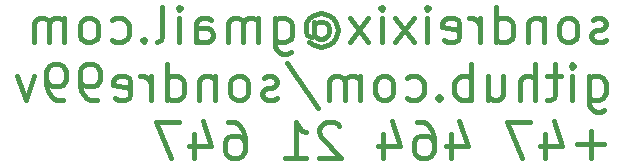
<source format=gbr>
G04 #@! TF.GenerationSoftware,KiCad,Pcbnew,(5.1.2)-2*
G04 #@! TF.CreationDate,2019-09-23T11:47:28+02:00*
G04 #@! TF.ProjectId,BusinessSynth,42757369-6e65-4737-9353-796e74682e6b,rev?*
G04 #@! TF.SameCoordinates,Original*
G04 #@! TF.FileFunction,Legend,Bot*
G04 #@! TF.FilePolarity,Positive*
%FSLAX46Y46*%
G04 Gerber Fmt 4.6, Leading zero omitted, Abs format (unit mm)*
G04 Created by KiCad (PCBNEW (5.1.2)-2) date 2019-09-23 11:47:28*
%MOMM*%
%LPD*%
G04 APERTURE LIST*
%ADD10C,0.400000*%
G04 APERTURE END LIST*
D10*
X185168571Y-111314285D02*
X184882857Y-111457142D01*
X184311428Y-111457142D01*
X184025714Y-111314285D01*
X183882857Y-111028571D01*
X183882857Y-110885714D01*
X184025714Y-110600000D01*
X184311428Y-110457142D01*
X184740000Y-110457142D01*
X185025714Y-110314285D01*
X185168571Y-110028571D01*
X185168571Y-109885714D01*
X185025714Y-109600000D01*
X184740000Y-109457142D01*
X184311428Y-109457142D01*
X184025714Y-109600000D01*
X182168571Y-111457142D02*
X182454285Y-111314285D01*
X182597142Y-111171428D01*
X182740000Y-110885714D01*
X182740000Y-110028571D01*
X182597142Y-109742857D01*
X182454285Y-109600000D01*
X182168571Y-109457142D01*
X181740000Y-109457142D01*
X181454285Y-109600000D01*
X181311428Y-109742857D01*
X181168571Y-110028571D01*
X181168571Y-110885714D01*
X181311428Y-111171428D01*
X181454285Y-111314285D01*
X181740000Y-111457142D01*
X182168571Y-111457142D01*
X179882857Y-109457142D02*
X179882857Y-111457142D01*
X179882857Y-109742857D02*
X179740000Y-109600000D01*
X179454285Y-109457142D01*
X179025714Y-109457142D01*
X178740000Y-109600000D01*
X178597142Y-109885714D01*
X178597142Y-111457142D01*
X175882857Y-111457142D02*
X175882857Y-108457142D01*
X175882857Y-111314285D02*
X176168571Y-111457142D01*
X176740000Y-111457142D01*
X177025714Y-111314285D01*
X177168571Y-111171428D01*
X177311428Y-110885714D01*
X177311428Y-110028571D01*
X177168571Y-109742857D01*
X177025714Y-109600000D01*
X176740000Y-109457142D01*
X176168571Y-109457142D01*
X175882857Y-109600000D01*
X174454285Y-111457142D02*
X174454285Y-109457142D01*
X174454285Y-110028571D02*
X174311428Y-109742857D01*
X174168571Y-109600000D01*
X173882857Y-109457142D01*
X173597142Y-109457142D01*
X171454285Y-111314285D02*
X171739999Y-111457142D01*
X172311428Y-111457142D01*
X172597142Y-111314285D01*
X172739999Y-111028571D01*
X172739999Y-109885714D01*
X172597142Y-109600000D01*
X172311428Y-109457142D01*
X171739999Y-109457142D01*
X171454285Y-109600000D01*
X171311428Y-109885714D01*
X171311428Y-110171428D01*
X172739999Y-110457142D01*
X170025714Y-111457142D02*
X170025714Y-109457142D01*
X170025714Y-108457142D02*
X170168571Y-108600000D01*
X170025714Y-108742857D01*
X169882857Y-108600000D01*
X170025714Y-108457142D01*
X170025714Y-108742857D01*
X168882857Y-111457142D02*
X167311428Y-109457142D01*
X168882857Y-109457142D02*
X167311428Y-111457142D01*
X166168571Y-111457142D02*
X166168571Y-109457142D01*
X166168571Y-108457142D02*
X166311428Y-108600000D01*
X166168571Y-108742857D01*
X166025714Y-108600000D01*
X166168571Y-108457142D01*
X166168571Y-108742857D01*
X165025714Y-111457142D02*
X163454285Y-109457142D01*
X165025714Y-109457142D02*
X163454285Y-111457142D01*
X160454285Y-110028571D02*
X160597142Y-109885714D01*
X160882857Y-109742857D01*
X161168571Y-109742857D01*
X161454285Y-109885714D01*
X161597142Y-110028571D01*
X161739999Y-110314285D01*
X161739999Y-110600000D01*
X161597142Y-110885714D01*
X161454285Y-111028571D01*
X161168571Y-111171428D01*
X160882857Y-111171428D01*
X160597142Y-111028571D01*
X160454285Y-110885714D01*
X160454285Y-109742857D02*
X160454285Y-110885714D01*
X160311428Y-111028571D01*
X160168571Y-111028571D01*
X159882857Y-110885714D01*
X159739999Y-110600000D01*
X159739999Y-109885714D01*
X160025714Y-109457142D01*
X160454285Y-109171428D01*
X161025714Y-109028571D01*
X161597142Y-109171428D01*
X162025714Y-109457142D01*
X162311428Y-109885714D01*
X162454285Y-110457142D01*
X162311428Y-111028571D01*
X162025714Y-111457142D01*
X161597142Y-111742857D01*
X161025714Y-111885714D01*
X160454285Y-111742857D01*
X160025714Y-111457142D01*
X157168571Y-109457142D02*
X157168571Y-111885714D01*
X157311428Y-112171428D01*
X157454285Y-112314285D01*
X157739999Y-112457142D01*
X158168571Y-112457142D01*
X158454285Y-112314285D01*
X157168571Y-111314285D02*
X157454285Y-111457142D01*
X158025714Y-111457142D01*
X158311428Y-111314285D01*
X158454285Y-111171428D01*
X158597142Y-110885714D01*
X158597142Y-110028571D01*
X158454285Y-109742857D01*
X158311428Y-109600000D01*
X158025714Y-109457142D01*
X157454285Y-109457142D01*
X157168571Y-109600000D01*
X155739999Y-111457142D02*
X155739999Y-109457142D01*
X155739999Y-109742857D02*
X155597142Y-109600000D01*
X155311428Y-109457142D01*
X154882857Y-109457142D01*
X154597142Y-109600000D01*
X154454285Y-109885714D01*
X154454285Y-111457142D01*
X154454285Y-109885714D02*
X154311428Y-109600000D01*
X154025714Y-109457142D01*
X153597142Y-109457142D01*
X153311428Y-109600000D01*
X153168571Y-109885714D01*
X153168571Y-111457142D01*
X150454285Y-111457142D02*
X150454285Y-109885714D01*
X150597142Y-109600000D01*
X150882857Y-109457142D01*
X151454285Y-109457142D01*
X151739999Y-109600000D01*
X150454285Y-111314285D02*
X150739999Y-111457142D01*
X151454285Y-111457142D01*
X151739999Y-111314285D01*
X151882857Y-111028571D01*
X151882857Y-110742857D01*
X151739999Y-110457142D01*
X151454285Y-110314285D01*
X150739999Y-110314285D01*
X150454285Y-110171428D01*
X149025714Y-111457142D02*
X149025714Y-109457142D01*
X149025714Y-108457142D02*
X149168571Y-108600000D01*
X149025714Y-108742857D01*
X148882857Y-108600000D01*
X149025714Y-108457142D01*
X149025714Y-108742857D01*
X147168571Y-111457142D02*
X147454285Y-111314285D01*
X147597142Y-111028571D01*
X147597142Y-108457142D01*
X146025714Y-111171428D02*
X145882857Y-111314285D01*
X146025714Y-111457142D01*
X146168571Y-111314285D01*
X146025714Y-111171428D01*
X146025714Y-111457142D01*
X143311428Y-111314285D02*
X143597142Y-111457142D01*
X144168571Y-111457142D01*
X144454285Y-111314285D01*
X144597142Y-111171428D01*
X144739999Y-110885714D01*
X144739999Y-110028571D01*
X144597142Y-109742857D01*
X144454285Y-109600000D01*
X144168571Y-109457142D01*
X143597142Y-109457142D01*
X143311428Y-109600000D01*
X141597142Y-111457142D02*
X141882857Y-111314285D01*
X142025714Y-111171428D01*
X142168571Y-110885714D01*
X142168571Y-110028571D01*
X142025714Y-109742857D01*
X141882857Y-109600000D01*
X141597142Y-109457142D01*
X141168571Y-109457142D01*
X140882857Y-109600000D01*
X140739999Y-109742857D01*
X140597142Y-110028571D01*
X140597142Y-110885714D01*
X140739999Y-111171428D01*
X140882857Y-111314285D01*
X141168571Y-111457142D01*
X141597142Y-111457142D01*
X139311428Y-111457142D02*
X139311428Y-109457142D01*
X139311428Y-109742857D02*
X139168571Y-109600000D01*
X138882857Y-109457142D01*
X138454285Y-109457142D01*
X138168571Y-109600000D01*
X138025714Y-109885714D01*
X138025714Y-111457142D01*
X138025714Y-109885714D02*
X137882857Y-109600000D01*
X137597142Y-109457142D01*
X137168571Y-109457142D01*
X136882857Y-109600000D01*
X136739999Y-109885714D01*
X136739999Y-111457142D01*
X183740000Y-114357142D02*
X183740000Y-116785714D01*
X183882857Y-117071428D01*
X184025714Y-117214285D01*
X184311428Y-117357142D01*
X184740000Y-117357142D01*
X185025714Y-117214285D01*
X183740000Y-116214285D02*
X184025714Y-116357142D01*
X184597142Y-116357142D01*
X184882857Y-116214285D01*
X185025714Y-116071428D01*
X185168571Y-115785714D01*
X185168571Y-114928571D01*
X185025714Y-114642857D01*
X184882857Y-114500000D01*
X184597142Y-114357142D01*
X184025714Y-114357142D01*
X183740000Y-114500000D01*
X182311428Y-116357142D02*
X182311428Y-114357142D01*
X182311428Y-113357142D02*
X182454285Y-113500000D01*
X182311428Y-113642857D01*
X182168571Y-113500000D01*
X182311428Y-113357142D01*
X182311428Y-113642857D01*
X181311428Y-114357142D02*
X180168571Y-114357142D01*
X180882857Y-113357142D02*
X180882857Y-115928571D01*
X180740000Y-116214285D01*
X180454285Y-116357142D01*
X180168571Y-116357142D01*
X179168571Y-116357142D02*
X179168571Y-113357142D01*
X177882857Y-116357142D02*
X177882857Y-114785714D01*
X178025714Y-114500000D01*
X178311428Y-114357142D01*
X178740000Y-114357142D01*
X179025714Y-114500000D01*
X179168571Y-114642857D01*
X175168571Y-114357142D02*
X175168571Y-116357142D01*
X176454285Y-114357142D02*
X176454285Y-115928571D01*
X176311428Y-116214285D01*
X176025714Y-116357142D01*
X175597142Y-116357142D01*
X175311428Y-116214285D01*
X175168571Y-116071428D01*
X173740000Y-116357142D02*
X173740000Y-113357142D01*
X173740000Y-114500000D02*
X173454285Y-114357142D01*
X172882857Y-114357142D01*
X172597142Y-114500000D01*
X172454285Y-114642857D01*
X172311428Y-114928571D01*
X172311428Y-115785714D01*
X172454285Y-116071428D01*
X172597142Y-116214285D01*
X172882857Y-116357142D01*
X173454285Y-116357142D01*
X173740000Y-116214285D01*
X171025714Y-116071428D02*
X170882857Y-116214285D01*
X171025714Y-116357142D01*
X171168571Y-116214285D01*
X171025714Y-116071428D01*
X171025714Y-116357142D01*
X168311428Y-116214285D02*
X168597142Y-116357142D01*
X169168571Y-116357142D01*
X169454285Y-116214285D01*
X169597142Y-116071428D01*
X169740000Y-115785714D01*
X169740000Y-114928571D01*
X169597142Y-114642857D01*
X169454285Y-114500000D01*
X169168571Y-114357142D01*
X168597142Y-114357142D01*
X168311428Y-114500000D01*
X166597142Y-116357142D02*
X166882857Y-116214285D01*
X167025714Y-116071428D01*
X167168571Y-115785714D01*
X167168571Y-114928571D01*
X167025714Y-114642857D01*
X166882857Y-114500000D01*
X166597142Y-114357142D01*
X166168571Y-114357142D01*
X165882857Y-114500000D01*
X165740000Y-114642857D01*
X165597142Y-114928571D01*
X165597142Y-115785714D01*
X165740000Y-116071428D01*
X165882857Y-116214285D01*
X166168571Y-116357142D01*
X166597142Y-116357142D01*
X164311428Y-116357142D02*
X164311428Y-114357142D01*
X164311428Y-114642857D02*
X164168571Y-114500000D01*
X163882857Y-114357142D01*
X163454285Y-114357142D01*
X163168571Y-114500000D01*
X163025714Y-114785714D01*
X163025714Y-116357142D01*
X163025714Y-114785714D02*
X162882857Y-114500000D01*
X162597142Y-114357142D01*
X162168571Y-114357142D01*
X161882857Y-114500000D01*
X161740000Y-114785714D01*
X161740000Y-116357142D01*
X158168571Y-113214285D02*
X160740000Y-117071428D01*
X157311428Y-116214285D02*
X157025714Y-116357142D01*
X156454285Y-116357142D01*
X156168571Y-116214285D01*
X156025714Y-115928571D01*
X156025714Y-115785714D01*
X156168571Y-115500000D01*
X156454285Y-115357142D01*
X156882857Y-115357142D01*
X157168571Y-115214285D01*
X157311428Y-114928571D01*
X157311428Y-114785714D01*
X157168571Y-114500000D01*
X156882857Y-114357142D01*
X156454285Y-114357142D01*
X156168571Y-114500000D01*
X154311428Y-116357142D02*
X154597142Y-116214285D01*
X154740000Y-116071428D01*
X154882857Y-115785714D01*
X154882857Y-114928571D01*
X154740000Y-114642857D01*
X154597142Y-114500000D01*
X154311428Y-114357142D01*
X153882857Y-114357142D01*
X153597142Y-114500000D01*
X153454285Y-114642857D01*
X153311428Y-114928571D01*
X153311428Y-115785714D01*
X153454285Y-116071428D01*
X153597142Y-116214285D01*
X153882857Y-116357142D01*
X154311428Y-116357142D01*
X152025714Y-114357142D02*
X152025714Y-116357142D01*
X152025714Y-114642857D02*
X151882857Y-114500000D01*
X151597142Y-114357142D01*
X151168571Y-114357142D01*
X150882857Y-114500000D01*
X150740000Y-114785714D01*
X150740000Y-116357142D01*
X148025714Y-116357142D02*
X148025714Y-113357142D01*
X148025714Y-116214285D02*
X148311428Y-116357142D01*
X148882857Y-116357142D01*
X149168571Y-116214285D01*
X149311428Y-116071428D01*
X149454285Y-115785714D01*
X149454285Y-114928571D01*
X149311428Y-114642857D01*
X149168571Y-114500000D01*
X148882857Y-114357142D01*
X148311428Y-114357142D01*
X148025714Y-114500000D01*
X146597142Y-116357142D02*
X146597142Y-114357142D01*
X146597142Y-114928571D02*
X146454285Y-114642857D01*
X146311428Y-114500000D01*
X146025714Y-114357142D01*
X145740000Y-114357142D01*
X143597142Y-116214285D02*
X143882857Y-116357142D01*
X144454285Y-116357142D01*
X144740000Y-116214285D01*
X144882857Y-115928571D01*
X144882857Y-114785714D01*
X144740000Y-114500000D01*
X144454285Y-114357142D01*
X143882857Y-114357142D01*
X143597142Y-114500000D01*
X143454285Y-114785714D01*
X143454285Y-115071428D01*
X144882857Y-115357142D01*
X142025714Y-116357142D02*
X141454285Y-116357142D01*
X141168571Y-116214285D01*
X141025714Y-116071428D01*
X140740000Y-115642857D01*
X140597142Y-115071428D01*
X140597142Y-113928571D01*
X140740000Y-113642857D01*
X140882857Y-113500000D01*
X141168571Y-113357142D01*
X141740000Y-113357142D01*
X142025714Y-113500000D01*
X142168571Y-113642857D01*
X142311428Y-113928571D01*
X142311428Y-114642857D01*
X142168571Y-114928571D01*
X142025714Y-115071428D01*
X141740000Y-115214285D01*
X141168571Y-115214285D01*
X140882857Y-115071428D01*
X140740000Y-114928571D01*
X140597142Y-114642857D01*
X139168571Y-116357142D02*
X138597142Y-116357142D01*
X138311428Y-116214285D01*
X138168571Y-116071428D01*
X137882857Y-115642857D01*
X137740000Y-115071428D01*
X137740000Y-113928571D01*
X137882857Y-113642857D01*
X138025714Y-113500000D01*
X138311428Y-113357142D01*
X138882857Y-113357142D01*
X139168571Y-113500000D01*
X139311428Y-113642857D01*
X139454285Y-113928571D01*
X139454285Y-114642857D01*
X139311428Y-114928571D01*
X139168571Y-115071428D01*
X138882857Y-115214285D01*
X138311428Y-115214285D01*
X138025714Y-115071428D01*
X137882857Y-114928571D01*
X137740000Y-114642857D01*
X136740000Y-114357142D02*
X136025714Y-116357142D01*
X135311428Y-114357142D01*
X185025714Y-120114285D02*
X182740000Y-120114285D01*
X183882857Y-121257142D02*
X183882857Y-118971428D01*
X180025714Y-119257142D02*
X180025714Y-121257142D01*
X180740000Y-118114285D02*
X181454285Y-120257142D01*
X179597142Y-120257142D01*
X178740000Y-118257142D02*
X176740000Y-118257142D01*
X178025714Y-121257142D01*
X172025714Y-119257142D02*
X172025714Y-121257142D01*
X172740000Y-118114285D02*
X173454285Y-120257142D01*
X171597142Y-120257142D01*
X169168571Y-118257142D02*
X169740000Y-118257142D01*
X170025714Y-118400000D01*
X170168571Y-118542857D01*
X170454285Y-118971428D01*
X170597142Y-119542857D01*
X170597142Y-120685714D01*
X170454285Y-120971428D01*
X170311428Y-121114285D01*
X170025714Y-121257142D01*
X169454285Y-121257142D01*
X169168571Y-121114285D01*
X169025714Y-120971428D01*
X168882857Y-120685714D01*
X168882857Y-119971428D01*
X169025714Y-119685714D01*
X169168571Y-119542857D01*
X169454285Y-119400000D01*
X170025714Y-119400000D01*
X170311428Y-119542857D01*
X170454285Y-119685714D01*
X170597142Y-119971428D01*
X166311428Y-119257142D02*
X166311428Y-121257142D01*
X167025714Y-118114285D02*
X167740000Y-120257142D01*
X165882857Y-120257142D01*
X162597142Y-118542857D02*
X162454285Y-118400000D01*
X162168571Y-118257142D01*
X161454285Y-118257142D01*
X161168571Y-118400000D01*
X161025714Y-118542857D01*
X160882857Y-118828571D01*
X160882857Y-119114285D01*
X161025714Y-119542857D01*
X162740000Y-121257142D01*
X160882857Y-121257142D01*
X158025714Y-121257142D02*
X159740000Y-121257142D01*
X158882857Y-121257142D02*
X158882857Y-118257142D01*
X159168571Y-118685714D01*
X159454285Y-118971428D01*
X159740000Y-119114285D01*
X153168571Y-118257142D02*
X153740000Y-118257142D01*
X154025714Y-118400000D01*
X154168571Y-118542857D01*
X154454285Y-118971428D01*
X154597142Y-119542857D01*
X154597142Y-120685714D01*
X154454285Y-120971428D01*
X154311428Y-121114285D01*
X154025714Y-121257142D01*
X153454285Y-121257142D01*
X153168571Y-121114285D01*
X153025714Y-120971428D01*
X152882857Y-120685714D01*
X152882857Y-119971428D01*
X153025714Y-119685714D01*
X153168571Y-119542857D01*
X153454285Y-119400000D01*
X154025714Y-119400000D01*
X154311428Y-119542857D01*
X154454285Y-119685714D01*
X154597142Y-119971428D01*
X150311428Y-119257142D02*
X150311428Y-121257142D01*
X151025714Y-118114285D02*
X151740000Y-120257142D01*
X149882857Y-120257142D01*
X149025714Y-118257142D02*
X147025714Y-118257142D01*
X148311428Y-121257142D01*
M02*

</source>
